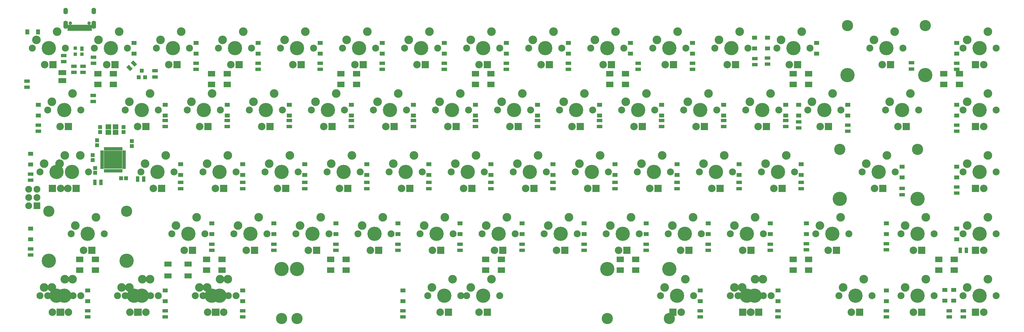
<source format=gbs>
G04 #@! TF.GenerationSoftware,KiCad,Pcbnew,(5.1.5)-3*
G04 #@! TF.CreationDate,2020-10-29T06:49:23-07:00*
G04 #@! TF.ProjectId,Voyager60,566f7961-6765-4723-9630-2e6b69636164,rev?*
G04 #@! TF.SameCoordinates,Original*
G04 #@! TF.FileFunction,Soldermask,Bot*
G04 #@! TF.FilePolarity,Negative*
%FSLAX46Y46*%
G04 Gerber Fmt 4.6, Leading zero omitted, Abs format (unit mm)*
G04 Created by KiCad (PCBNEW (5.1.5)-3) date 2020-10-29 06:49:23*
%MOMM*%
%LPD*%
G04 APERTURE LIST*
%ADD10R,1.700000X1.100000*%
%ADD11R,2.200000X1.800000*%
%ADD12C,2.150000*%
%ADD13R,2.305000X2.305000*%
%ADD14C,2.305000*%
%ADD15C,2.650000*%
%ADD16C,4.387800*%
%ADD17C,3.448000*%
%ADD18C,2.100000*%
%ADD19R,2.100000X2.100000*%
%ADD20R,1.800000X1.600000*%
%ADD21R,1.100000X1.700000*%
%ADD22C,0.100000*%
%ADD23R,1.600000X1.300000*%
%ADD24R,1.300000X1.600000*%
%ADD25R,1.150000X1.200000*%
%ADD26R,1.200000X1.150000*%
%ADD27R,1.000000X1.850000*%
%ADD28R,0.700000X1.850000*%
%ADD29C,1.050000*%
%ADD30O,1.400000X2.500000*%
%ADD31O,1.400000X2.000000*%
%ADD32R,2.430000X1.540000*%
%ADD33R,1.200000X1.300000*%
%ADD34R,1.100000X1.000000*%
%ADD35R,1.100000X1.400000*%
%ADD36R,1.687500X1.687500*%
%ADD37R,0.650000X1.100000*%
%ADD38R,1.100000X0.650000*%
%ADD39R,2.200000X1.500000*%
G04 APERTURE END LIST*
D10*
X45407580Y-46281300D03*
X45407580Y-48181300D03*
D11*
X165875000Y-96775000D03*
X165875000Y-100075000D03*
X170675000Y-100075000D03*
X170675000Y-96775000D03*
D12*
X39211250Y-69850000D03*
X29051250Y-69850000D03*
D13*
X32861250Y-74930000D03*
D14*
X35401250Y-74930000D03*
D15*
X30321250Y-67310000D03*
D16*
X34131250Y-69850000D03*
D15*
X36671250Y-64770000D03*
D12*
X41592500Y-50800000D03*
X31432500Y-50800000D03*
D13*
X37782500Y-55880000D03*
D14*
X35242500Y-55880000D03*
D15*
X32702500Y-48260000D03*
D16*
X36512500Y-50800000D03*
D15*
X39052500Y-45720000D03*
D12*
X155892500Y-88900000D03*
X145732500Y-88900000D03*
D13*
X152082500Y-93980000D03*
D14*
X149542500Y-93980000D03*
D15*
X147002500Y-86360000D03*
D16*
X150812500Y-88900000D03*
D15*
X153352500Y-83820000D03*
D10*
X200822560Y-55874960D03*
X200822560Y-53974960D03*
D12*
X198755000Y-50800000D03*
X188595000Y-50800000D03*
D13*
X194945000Y-55880000D03*
D14*
X192405000Y-55880000D03*
D15*
X189865000Y-48260000D03*
D16*
X193675000Y-50800000D03*
D15*
X196215000Y-45720000D03*
D12*
X203517500Y-69850000D03*
X193357500Y-69850000D03*
D13*
X199707500Y-74930000D03*
D14*
X197167500Y-74930000D03*
D15*
X194627500Y-67310000D03*
D16*
X198437500Y-69850000D03*
D15*
X200977500Y-64770000D03*
D16*
X298481750Y-78105000D03*
X274605750Y-78105000D03*
D17*
X298481750Y-62865000D03*
X274605750Y-62865000D03*
D12*
X291623750Y-69850000D03*
X281463750Y-69850000D03*
D13*
X287813750Y-74930000D03*
D14*
X285273750Y-74930000D03*
D15*
X282733750Y-67310000D03*
D16*
X286543750Y-69850000D03*
D15*
X289083750Y-64770000D03*
D12*
X43973750Y-69850000D03*
X33813750Y-69850000D03*
D13*
X40163750Y-74930000D03*
D14*
X37623750Y-74930000D03*
D15*
X35083750Y-67310000D03*
D16*
X38893750Y-69850000D03*
D15*
X41433750Y-64770000D03*
D16*
X55594250Y-97155000D03*
X31718250Y-97155000D03*
D17*
X55594250Y-81915000D03*
X31718250Y-81915000D03*
D12*
X48736250Y-88900000D03*
X38576250Y-88900000D03*
D13*
X44926250Y-93980000D03*
D14*
X42386250Y-93980000D03*
D15*
X39846250Y-86360000D03*
D16*
X43656250Y-88900000D03*
D15*
X46196250Y-83820000D03*
D16*
X222250000Y-99695000D03*
X107950000Y-99695000D03*
D17*
X222250000Y-114935000D03*
X107950000Y-114935000D03*
D12*
X170180000Y-107950000D03*
X160020000Y-107950000D03*
D13*
X166370000Y-113030000D03*
D14*
X163830000Y-113030000D03*
D15*
X161290000Y-105410000D03*
D16*
X165100000Y-107950000D03*
D15*
X167640000Y-102870000D03*
D12*
X108267500Y-69850000D03*
X98107500Y-69850000D03*
D13*
X104457500Y-74930000D03*
D14*
X101917500Y-74930000D03*
D15*
X99377500Y-67310000D03*
D16*
X103187500Y-69850000D03*
D15*
X105727500Y-64770000D03*
D12*
X55880000Y-31750000D03*
X45720000Y-31750000D03*
D13*
X52070000Y-36830000D03*
D14*
X49530000Y-36830000D03*
D15*
X46990000Y-29210000D03*
D16*
X50800000Y-31750000D03*
D15*
X53340000Y-26670000D03*
D12*
X86836250Y-107950000D03*
X76676250Y-107950000D03*
D13*
X83026250Y-113030000D03*
D14*
X80486250Y-113030000D03*
D15*
X77946250Y-105410000D03*
D16*
X81756250Y-107950000D03*
D15*
X84296250Y-102870000D03*
D12*
X79692500Y-88900000D03*
X69532500Y-88900000D03*
D13*
X75882500Y-93980000D03*
D14*
X73342500Y-93980000D03*
D15*
X70802500Y-86360000D03*
D16*
X74612500Y-88900000D03*
D15*
X77152500Y-83820000D03*
D12*
X160655000Y-50800000D03*
X150495000Y-50800000D03*
D13*
X156845000Y-55880000D03*
D14*
X154305000Y-55880000D03*
D15*
X151765000Y-48260000D03*
D16*
X155575000Y-50800000D03*
D15*
X158115000Y-45720000D03*
D12*
X98742500Y-88900000D03*
X88582500Y-88900000D03*
D13*
X94932500Y-93980000D03*
D14*
X92392500Y-93980000D03*
D15*
X89852500Y-86360000D03*
D16*
X93662500Y-88900000D03*
D15*
X96202500Y-83820000D03*
D12*
X65405000Y-107950000D03*
X55245000Y-107950000D03*
D13*
X59055000Y-113030000D03*
D14*
X61595000Y-113030000D03*
D15*
X56515000Y-105410000D03*
D16*
X60325000Y-107950000D03*
D15*
X62865000Y-102870000D03*
D12*
X63023750Y-107950000D03*
X52863750Y-107950000D03*
D13*
X59213750Y-113030000D03*
D14*
X56673750Y-113030000D03*
D15*
X54133750Y-105410000D03*
D16*
X57943750Y-107950000D03*
D15*
X60483750Y-102870000D03*
D12*
X84455000Y-50800000D03*
X74295000Y-50800000D03*
D13*
X80645000Y-55880000D03*
D14*
X78105000Y-55880000D03*
D15*
X75565000Y-48260000D03*
D16*
X79375000Y-50800000D03*
D15*
X81915000Y-45720000D03*
D12*
X136842500Y-88900000D03*
X126682500Y-88900000D03*
D13*
X133032500Y-93980000D03*
D14*
X130492500Y-93980000D03*
D15*
X127952500Y-86360000D03*
D16*
X131762500Y-88900000D03*
D15*
X134302500Y-83820000D03*
D12*
X179705000Y-50800000D03*
X169545000Y-50800000D03*
D13*
X175895000Y-55880000D03*
D14*
X173355000Y-55880000D03*
D15*
X170815000Y-48260000D03*
D16*
X174625000Y-50800000D03*
D15*
X177165000Y-45720000D03*
D12*
X141605000Y-50800000D03*
X131445000Y-50800000D03*
D13*
X137795000Y-55880000D03*
D14*
X135255000Y-55880000D03*
D15*
X132715000Y-48260000D03*
D16*
X136525000Y-50800000D03*
D15*
X139065000Y-45720000D03*
D12*
X303530000Y-88900000D03*
X293370000Y-88900000D03*
D13*
X299720000Y-93980000D03*
D14*
X297180000Y-93980000D03*
D15*
X294640000Y-86360000D03*
D16*
X298450000Y-88900000D03*
D15*
X300990000Y-83820000D03*
D12*
X277336250Y-88900000D03*
X267176250Y-88900000D03*
D13*
X273526250Y-93980000D03*
D14*
X270986250Y-93980000D03*
D15*
X268446250Y-86360000D03*
D16*
X272256250Y-88900000D03*
D15*
X274796250Y-83820000D03*
D16*
X203193650Y-99695000D03*
X103193850Y-99695000D03*
D17*
X203193650Y-114935000D03*
X103193850Y-114935000D03*
D12*
X158273750Y-107950000D03*
X148113750Y-107950000D03*
D13*
X154463750Y-113030000D03*
D14*
X151923750Y-113030000D03*
D15*
X149383750Y-105410000D03*
D16*
X153193750Y-107950000D03*
D15*
X155733750Y-102870000D03*
D12*
X89217500Y-69850000D03*
X79057500Y-69850000D03*
D13*
X85407500Y-74930000D03*
D14*
X82867500Y-74930000D03*
D15*
X80327500Y-67310000D03*
D16*
X84137500Y-69850000D03*
D15*
X86677500Y-64770000D03*
D12*
X253523750Y-107950000D03*
X243363750Y-107950000D03*
D13*
X249713750Y-113030000D03*
D14*
X247173750Y-113030000D03*
D15*
X244633750Y-105410000D03*
D16*
X248443750Y-107950000D03*
D15*
X250983750Y-102870000D03*
D12*
X284480000Y-107950000D03*
X274320000Y-107950000D03*
D13*
X280670000Y-113030000D03*
D14*
X278130000Y-113030000D03*
D15*
X275590000Y-105410000D03*
D16*
X279400000Y-107950000D03*
D15*
X281940000Y-102870000D03*
D12*
X303530000Y-107950000D03*
X293370000Y-107950000D03*
D13*
X299720000Y-113030000D03*
D14*
X297180000Y-113030000D03*
D15*
X294640000Y-105410000D03*
D16*
X298450000Y-107950000D03*
D15*
X300990000Y-102870000D03*
D12*
X251142500Y-107950000D03*
X240982500Y-107950000D03*
D13*
X244792500Y-113030000D03*
D14*
X247332500Y-113030000D03*
D15*
X242252500Y-105410000D03*
D16*
X246062500Y-107950000D03*
D15*
X248602500Y-102870000D03*
D12*
X229711250Y-107950000D03*
X219551250Y-107950000D03*
D13*
X223361250Y-113030000D03*
D14*
X225901250Y-113030000D03*
D15*
X220821250Y-105410000D03*
D16*
X224631250Y-107950000D03*
D15*
X227171250Y-102870000D03*
D12*
X122555000Y-50800000D03*
X112395000Y-50800000D03*
D13*
X118745000Y-55880000D03*
D14*
X116205000Y-55880000D03*
D15*
X113665000Y-48260000D03*
D16*
X117475000Y-50800000D03*
D15*
X120015000Y-45720000D03*
D12*
X65405000Y-50800000D03*
X55245000Y-50800000D03*
D13*
X61595000Y-55880000D03*
D14*
X59055000Y-55880000D03*
D15*
X56515000Y-48260000D03*
D16*
X60325000Y-50800000D03*
D15*
X62865000Y-45720000D03*
D12*
X236855000Y-50800000D03*
X226695000Y-50800000D03*
D13*
X233045000Y-55880000D03*
D14*
X230505000Y-55880000D03*
D15*
X227965000Y-48260000D03*
D16*
X231775000Y-50800000D03*
D15*
X234315000Y-45720000D03*
D12*
X217805000Y-50800000D03*
X207645000Y-50800000D03*
D13*
X213995000Y-55880000D03*
D14*
X211455000Y-55880000D03*
D15*
X208915000Y-48260000D03*
D16*
X212725000Y-50800000D03*
D15*
X215265000Y-45720000D03*
D12*
X174942500Y-88900000D03*
X164782500Y-88900000D03*
D13*
X171132500Y-93980000D03*
D14*
X168592500Y-93980000D03*
D15*
X166052500Y-86360000D03*
D16*
X169862500Y-88900000D03*
D15*
X172402500Y-83820000D03*
D12*
X193992500Y-88900000D03*
X183832500Y-88900000D03*
D13*
X190182500Y-93980000D03*
D14*
X187642500Y-93980000D03*
D15*
X185102500Y-86360000D03*
D16*
X188912500Y-88900000D03*
D15*
X191452500Y-83820000D03*
D12*
X222567500Y-69850000D03*
X212407500Y-69850000D03*
D13*
X218757500Y-74930000D03*
D14*
X216217500Y-74930000D03*
D15*
X213677500Y-67310000D03*
D16*
X217487500Y-69850000D03*
D15*
X220027500Y-64770000D03*
D12*
X184467500Y-69850000D03*
X174307500Y-69850000D03*
D13*
X180657500Y-74930000D03*
D14*
X178117500Y-74930000D03*
D15*
X175577500Y-67310000D03*
D16*
X179387500Y-69850000D03*
D15*
X181927500Y-64770000D03*
D12*
X165417500Y-69850000D03*
X155257500Y-69850000D03*
D13*
X161607500Y-74930000D03*
D14*
X159067500Y-74930000D03*
D15*
X156527500Y-67310000D03*
D16*
X160337500Y-69850000D03*
D15*
X162877500Y-64770000D03*
D12*
X146367500Y-69850000D03*
X136207500Y-69850000D03*
D13*
X142557500Y-74930000D03*
D14*
X140017500Y-74930000D03*
D15*
X137477500Y-67310000D03*
D16*
X141287500Y-69850000D03*
D15*
X143827500Y-64770000D03*
D12*
X322580000Y-107950000D03*
X312420000Y-107950000D03*
D13*
X316230000Y-113030000D03*
D14*
X318770000Y-113030000D03*
D15*
X313690000Y-105410000D03*
D16*
X317500000Y-107950000D03*
D15*
X320040000Y-102870000D03*
D12*
X322580000Y-88900000D03*
X312420000Y-88900000D03*
D13*
X316230000Y-93980000D03*
D14*
X318770000Y-93980000D03*
D15*
X313690000Y-86360000D03*
D16*
X317500000Y-88900000D03*
D15*
X320040000Y-83820000D03*
D12*
X322580000Y-69850000D03*
X312420000Y-69850000D03*
D13*
X316230000Y-74930000D03*
D14*
X318770000Y-74930000D03*
D15*
X313690000Y-67310000D03*
D16*
X317500000Y-69850000D03*
D15*
X320040000Y-64770000D03*
D12*
X322580000Y-50800000D03*
X312420000Y-50800000D03*
D13*
X316230000Y-55880000D03*
D14*
X318770000Y-55880000D03*
D15*
X313690000Y-48260000D03*
D16*
X317500000Y-50800000D03*
D15*
X320040000Y-45720000D03*
D12*
X322580000Y-31750000D03*
X312420000Y-31750000D03*
D13*
X316230000Y-36830000D03*
D14*
X318770000Y-36830000D03*
D15*
X313690000Y-29210000D03*
D16*
X317500000Y-31750000D03*
D15*
X320040000Y-26670000D03*
D12*
X127317500Y-69850000D03*
X117157500Y-69850000D03*
D13*
X123507500Y-74930000D03*
D14*
X120967500Y-74930000D03*
D15*
X118427500Y-67310000D03*
D16*
X122237500Y-69850000D03*
D15*
X124777500Y-64770000D03*
D12*
X36830000Y-31750000D03*
X26670000Y-31750000D03*
D13*
X33020000Y-36830000D03*
D14*
X30480000Y-36830000D03*
D15*
X27940000Y-29210000D03*
D16*
X31750000Y-31750000D03*
D15*
X34290000Y-26670000D03*
D12*
X103505000Y-50800000D03*
X93345000Y-50800000D03*
D13*
X99695000Y-55880000D03*
D14*
X97155000Y-55880000D03*
D15*
X94615000Y-48260000D03*
D16*
X98425000Y-50800000D03*
D15*
X100965000Y-45720000D03*
D12*
X41592500Y-107950000D03*
X31432500Y-107950000D03*
D13*
X35242500Y-113030000D03*
D14*
X37782500Y-113030000D03*
D15*
X32702500Y-105410000D03*
D16*
X36512500Y-107950000D03*
D15*
X39052500Y-102870000D03*
D12*
X39211250Y-107950000D03*
X29051250Y-107950000D03*
D13*
X35401250Y-113030000D03*
D14*
X32861250Y-113030000D03*
D15*
X30321250Y-105410000D03*
D16*
X34131250Y-107950000D03*
D15*
X36671250Y-102870000D03*
D12*
X117792500Y-88900000D03*
X107632500Y-88900000D03*
D13*
X113982500Y-93980000D03*
D14*
X111442500Y-93980000D03*
D15*
X108902500Y-86360000D03*
D16*
X112712500Y-88900000D03*
D15*
X115252500Y-83820000D03*
D16*
X300863000Y-40005000D03*
X276987000Y-40005000D03*
D17*
X300863000Y-24765000D03*
X276987000Y-24765000D03*
D12*
X294005000Y-31750000D03*
X283845000Y-31750000D03*
D13*
X290195000Y-36830000D03*
D14*
X287655000Y-36830000D03*
D15*
X285115000Y-29210000D03*
D16*
X288925000Y-31750000D03*
D15*
X291465000Y-26670000D03*
D12*
X89217500Y-107950000D03*
X79057500Y-107950000D03*
D13*
X82867500Y-113030000D03*
D14*
X85407500Y-113030000D03*
D15*
X80327500Y-105410000D03*
D16*
X84137500Y-107950000D03*
D15*
X86677500Y-102870000D03*
D12*
X70167500Y-69850000D03*
X60007500Y-69850000D03*
D13*
X66357500Y-74930000D03*
D14*
X63817500Y-74930000D03*
D15*
X61277500Y-67310000D03*
D16*
X65087500Y-69850000D03*
D15*
X67627500Y-64770000D03*
D12*
X274955000Y-50800000D03*
X264795000Y-50800000D03*
D13*
X271145000Y-55880000D03*
D14*
X268605000Y-55880000D03*
D15*
X266065000Y-48260000D03*
D16*
X269875000Y-50800000D03*
D15*
X272415000Y-45720000D03*
D12*
X298767500Y-50800000D03*
X288607500Y-50800000D03*
D13*
X294957500Y-55880000D03*
D14*
X292417500Y-55880000D03*
D15*
X289877500Y-48260000D03*
D16*
X293687500Y-50800000D03*
D15*
X296227500Y-45720000D03*
D12*
X255905000Y-50800000D03*
X245745000Y-50800000D03*
D13*
X252095000Y-55880000D03*
D14*
X249555000Y-55880000D03*
D15*
X247015000Y-48260000D03*
D16*
X250825000Y-50800000D03*
D15*
X253365000Y-45720000D03*
D12*
X265430000Y-31750000D03*
X255270000Y-31750000D03*
D13*
X261620000Y-36830000D03*
D14*
X259080000Y-36830000D03*
D15*
X256540000Y-29210000D03*
D16*
X260350000Y-31750000D03*
D15*
X262890000Y-26670000D03*
D12*
X241617500Y-69850000D03*
X231457500Y-69850000D03*
D13*
X237807500Y-74930000D03*
D14*
X235267500Y-74930000D03*
D15*
X232727500Y-67310000D03*
D16*
X236537500Y-69850000D03*
D15*
X239077500Y-64770000D03*
D12*
X251142500Y-88900000D03*
X240982500Y-88900000D03*
D13*
X247332500Y-93980000D03*
D14*
X244792500Y-93980000D03*
D15*
X242252500Y-86360000D03*
D16*
X246062500Y-88900000D03*
D15*
X248602500Y-83820000D03*
D12*
X246380000Y-31750000D03*
X236220000Y-31750000D03*
D13*
X242570000Y-36830000D03*
D14*
X240030000Y-36830000D03*
D15*
X237490000Y-29210000D03*
D16*
X241300000Y-31750000D03*
D15*
X243840000Y-26670000D03*
D12*
X260667500Y-69850000D03*
X250507500Y-69850000D03*
D13*
X256857500Y-74930000D03*
D14*
X254317500Y-74930000D03*
D15*
X251777500Y-67310000D03*
D16*
X255587500Y-69850000D03*
D15*
X258127500Y-64770000D03*
D12*
X227330000Y-31750000D03*
X217170000Y-31750000D03*
D13*
X223520000Y-36830000D03*
D14*
X220980000Y-36830000D03*
D15*
X218440000Y-29210000D03*
D16*
X222250000Y-31750000D03*
D15*
X224790000Y-26670000D03*
D12*
X208280000Y-31750000D03*
X198120000Y-31750000D03*
D13*
X204470000Y-36830000D03*
D14*
X201930000Y-36830000D03*
D15*
X199390000Y-29210000D03*
D16*
X203200000Y-31750000D03*
D15*
X205740000Y-26670000D03*
D12*
X189230000Y-31750000D03*
X179070000Y-31750000D03*
D13*
X185420000Y-36830000D03*
D14*
X182880000Y-36830000D03*
D15*
X180340000Y-29210000D03*
D16*
X184150000Y-31750000D03*
D15*
X186690000Y-26670000D03*
D12*
X170180000Y-31750000D03*
X160020000Y-31750000D03*
D13*
X166370000Y-36830000D03*
D14*
X163830000Y-36830000D03*
D15*
X161290000Y-29210000D03*
D16*
X165100000Y-31750000D03*
D15*
X167640000Y-26670000D03*
D12*
X151130000Y-31750000D03*
X140970000Y-31750000D03*
D13*
X147320000Y-36830000D03*
D14*
X144780000Y-36830000D03*
D15*
X142240000Y-29210000D03*
D16*
X146050000Y-31750000D03*
D15*
X148590000Y-26670000D03*
D12*
X132080000Y-31750000D03*
X121920000Y-31750000D03*
D13*
X128270000Y-36830000D03*
D14*
X125730000Y-36830000D03*
D15*
X123190000Y-29210000D03*
D16*
X127000000Y-31750000D03*
D15*
X129540000Y-26670000D03*
D12*
X113030000Y-31750000D03*
X102870000Y-31750000D03*
D13*
X109220000Y-36830000D03*
D14*
X106680000Y-36830000D03*
D15*
X104140000Y-29210000D03*
D16*
X107950000Y-31750000D03*
D15*
X110490000Y-26670000D03*
D12*
X93980000Y-31750000D03*
X83820000Y-31750000D03*
D13*
X90170000Y-36830000D03*
D14*
X87630000Y-36830000D03*
D15*
X85090000Y-29210000D03*
D16*
X88900000Y-31750000D03*
D15*
X91440000Y-26670000D03*
D12*
X74930000Y-31750000D03*
X64770000Y-31750000D03*
D13*
X71120000Y-36830000D03*
D14*
X68580000Y-36830000D03*
D15*
X66040000Y-29210000D03*
D16*
X69850000Y-31750000D03*
D15*
X72390000Y-26670000D03*
D12*
X213042500Y-88900000D03*
X202882500Y-88900000D03*
D13*
X209232500Y-93980000D03*
D14*
X206692500Y-93980000D03*
D15*
X204152500Y-86360000D03*
D16*
X207962500Y-88900000D03*
D15*
X210502500Y-83820000D03*
D12*
X232092500Y-88900000D03*
X221932500Y-88900000D03*
D13*
X228282500Y-93980000D03*
D14*
X225742500Y-93980000D03*
D15*
X223202500Y-86360000D03*
D16*
X227012500Y-88900000D03*
D15*
X229552500Y-83820000D03*
D18*
X25580000Y-75160000D03*
X28120000Y-75160000D03*
X25580000Y-77700000D03*
X28120000Y-77700000D03*
X25580000Y-80240000D03*
D19*
X28120000Y-80240000D03*
D20*
X52281000Y-55919000D03*
X50081000Y-55919000D03*
X50081000Y-57619000D03*
X52281000Y-57619000D03*
D10*
X312550000Y-114470000D03*
X312550000Y-112570000D03*
X45504100Y-36408400D03*
X45504100Y-34508400D03*
X36360100Y-35875000D03*
X36360100Y-33975000D03*
X91281250Y-114456250D03*
X91281250Y-112556250D03*
D21*
X60894000Y-72009000D03*
X58994000Y-72009000D03*
X47781250Y-73025000D03*
X45881250Y-73025000D03*
D10*
X64389000Y-40574000D03*
X64389000Y-38674000D03*
X42291000Y-39177000D03*
X42291000Y-37277000D03*
X39497000Y-39177000D03*
X39497000Y-37277000D03*
D21*
X313471600Y-93964760D03*
X311571600Y-93964760D03*
D10*
X308212500Y-114456250D03*
X308212500Y-112556250D03*
X255587500Y-114456250D03*
X255587500Y-112556250D03*
X231775000Y-114456250D03*
X231775000Y-112556250D03*
X310492500Y-76356250D03*
X310492500Y-74456250D03*
X140493750Y-114456250D03*
X140493750Y-112556250D03*
X67468750Y-114456250D03*
X67468750Y-112556250D03*
X43656250Y-114456250D03*
X43656250Y-112556250D03*
X310492500Y-57306250D03*
X310492500Y-55406250D03*
X288925000Y-93818750D03*
X288925000Y-91918750D03*
X264318750Y-93818750D03*
X264318750Y-91918750D03*
X253215140Y-93957180D03*
X253215140Y-92057180D03*
X234165140Y-93957180D03*
X234165140Y-92057180D03*
X215115140Y-93957180D03*
X215115140Y-92057180D03*
X196065140Y-93957180D03*
X196065140Y-92057180D03*
X177015140Y-93957180D03*
X177015140Y-92057180D03*
X157965140Y-93957180D03*
X157965140Y-92057180D03*
X138915140Y-93957180D03*
X138915140Y-92057180D03*
X119865140Y-93957180D03*
X119865140Y-92057180D03*
X100815140Y-93957180D03*
X100815140Y-92057180D03*
X81765140Y-93957180D03*
X81765140Y-92057180D03*
X26193750Y-95406250D03*
X26193750Y-93506250D03*
X293692580Y-74917260D03*
X293692580Y-76817260D03*
X262704580Y-74940200D03*
X262704580Y-73040200D03*
X243654580Y-74940200D03*
X243654580Y-73040200D03*
X224604580Y-74940200D03*
X224604580Y-73040200D03*
X205554580Y-74940200D03*
X205554580Y-73040200D03*
X186504580Y-74940200D03*
X186504580Y-73040200D03*
X167454580Y-74940200D03*
X167454580Y-73040200D03*
X148404580Y-73040200D03*
X148404580Y-74940200D03*
X129354580Y-74940200D03*
X129354580Y-73040200D03*
X110304580Y-74940200D03*
X110304580Y-73040200D03*
X91254580Y-74940200D03*
X91254580Y-73040200D03*
X72204580Y-74940200D03*
X72204580Y-73040200D03*
X26193750Y-72387500D03*
X26193750Y-70487500D03*
X288900000Y-114456250D03*
X288900000Y-112556250D03*
X277018750Y-57306250D03*
X277018750Y-55406250D03*
X261968750Y-56306250D03*
X261968750Y-54406250D03*
X257972560Y-55874960D03*
X257972560Y-53974960D03*
X238922560Y-55874960D03*
X238922560Y-53974960D03*
X219872560Y-55874960D03*
X219872560Y-53974960D03*
X181772560Y-55874960D03*
X181772560Y-53974960D03*
X162722560Y-55874960D03*
X162722560Y-53974960D03*
X143672560Y-55874960D03*
X143672560Y-53974960D03*
X124622560Y-55874960D03*
X124622560Y-53974960D03*
X105572560Y-55874960D03*
X105572560Y-53974960D03*
X86522560Y-55874960D03*
X86522560Y-53974960D03*
X67472560Y-55874960D03*
X67472560Y-53974960D03*
X28575000Y-55406250D03*
X28575000Y-57306250D03*
X310492500Y-38256250D03*
X310492500Y-36356250D03*
X296590720Y-38130520D03*
X296590720Y-36230520D03*
X252412500Y-36668750D03*
X252412500Y-34768750D03*
X248470420Y-36830040D03*
X248470420Y-34930040D03*
X229393750Y-38256250D03*
X229393750Y-36356250D03*
X212725000Y-38256250D03*
X212725000Y-36356250D03*
X191293750Y-38256250D03*
X191293750Y-36356250D03*
X172243750Y-38256250D03*
X172243750Y-36356250D03*
X153193750Y-38256250D03*
X153193750Y-36356250D03*
X134143750Y-38256250D03*
X134143750Y-36356250D03*
X115093750Y-38256250D03*
X115093750Y-36356250D03*
X96043750Y-38256250D03*
X96043750Y-36356250D03*
X76993750Y-38256250D03*
X76993750Y-36356250D03*
D22*
G36*
X56725941Y-38740620D02*
G01*
X55523860Y-37538539D01*
X56301677Y-36760722D01*
X57503758Y-37962803D01*
X56725941Y-38740620D01*
G37*
G36*
X58069443Y-37397118D02*
G01*
X56867362Y-36195037D01*
X57645179Y-35417220D01*
X58847260Y-36619301D01*
X58069443Y-37397118D01*
G37*
D10*
X25107900Y-41861700D03*
X25107900Y-43761700D03*
D23*
X309559960Y-109419660D03*
X309559960Y-106119660D03*
X91281250Y-109600000D03*
X91281250Y-106300000D03*
X310492500Y-90556250D03*
X310492500Y-87256250D03*
X306867560Y-109419660D03*
X306867560Y-106119660D03*
X255587500Y-109600000D03*
X255587500Y-106300000D03*
X231775000Y-109600000D03*
X231775000Y-106300000D03*
X310492500Y-71506250D03*
X310492500Y-68206250D03*
X140493750Y-109600000D03*
X140493750Y-106300000D03*
X67468750Y-109600000D03*
X67468750Y-106300000D03*
X43656250Y-109600000D03*
X43656250Y-106300000D03*
X310492500Y-52456250D03*
X310492500Y-49156250D03*
X288925000Y-88962500D03*
X288925000Y-85662500D03*
X264318750Y-88962500D03*
X264318750Y-85662500D03*
X253206250Y-88962500D03*
X253206250Y-85662500D03*
X234156250Y-88962500D03*
X234156250Y-85662500D03*
X215106250Y-88962500D03*
X215106250Y-85662500D03*
X196056250Y-88962500D03*
X196056250Y-85662500D03*
X177006250Y-88962500D03*
X177006250Y-85662500D03*
X157956250Y-88962500D03*
X157956250Y-85662500D03*
X138906250Y-88962500D03*
X138906250Y-85662500D03*
X119856250Y-88962500D03*
X119856250Y-85662500D03*
X100806250Y-88962500D03*
X100806250Y-85662500D03*
X81756250Y-88962500D03*
X81756250Y-85662500D03*
X26193750Y-90550000D03*
X26193750Y-87250000D03*
X293687500Y-71500000D03*
X293687500Y-68200000D03*
X262731250Y-70706250D03*
X262731250Y-67406250D03*
X243681250Y-70706250D03*
X243681250Y-67406250D03*
X224631250Y-70706250D03*
X224631250Y-67406250D03*
X205581250Y-70706250D03*
X205581250Y-67406250D03*
X186531250Y-70706250D03*
X186531250Y-67406250D03*
X167481250Y-70706250D03*
X167481250Y-67406250D03*
X148431250Y-67406250D03*
X148431250Y-70706250D03*
X129381250Y-70706250D03*
X129381250Y-67406250D03*
X110331250Y-70706250D03*
X110331250Y-67406250D03*
X91281250Y-70706250D03*
X91281250Y-67406250D03*
X72231250Y-70706250D03*
X72231250Y-67406250D03*
X26193750Y-64231250D03*
X26193750Y-67531250D03*
X288900000Y-109600000D03*
X288900000Y-106300000D03*
X277018750Y-52450000D03*
X277018750Y-49150000D03*
X261937500Y-52450000D03*
X261937500Y-49150000D03*
X257968750Y-52450000D03*
X257968750Y-49150000D03*
X238918750Y-52450000D03*
X238918750Y-49150000D03*
X219868750Y-52450000D03*
X219868750Y-49150000D03*
X200818750Y-52450000D03*
X200818750Y-49150000D03*
X181768750Y-52450000D03*
X181768750Y-49150000D03*
X162718750Y-52450000D03*
X162718750Y-49150000D03*
X143668750Y-52450000D03*
X143668750Y-49150000D03*
X124618750Y-52450000D03*
X124618750Y-49150000D03*
X105568750Y-52450000D03*
X105568750Y-49150000D03*
X86518750Y-52450000D03*
X86518750Y-49150000D03*
X67468750Y-52450000D03*
X67468750Y-49150000D03*
X28575000Y-52450000D03*
X28575000Y-49150000D03*
X310492500Y-33406250D03*
X310492500Y-30106250D03*
X267493750Y-33400000D03*
X267493750Y-30100000D03*
X252412500Y-31812500D03*
X252412500Y-28512500D03*
X248443750Y-31812500D03*
X248443750Y-28512500D03*
X229393750Y-33400000D03*
X229393750Y-30100000D03*
X210343750Y-33400000D03*
X210343750Y-30100000D03*
X191293750Y-33400000D03*
X191293750Y-30100000D03*
X172243750Y-33400000D03*
X172243750Y-30100000D03*
X153193750Y-33400000D03*
X153193750Y-30100000D03*
X134143750Y-33400000D03*
X134143750Y-30100000D03*
X115093750Y-33400000D03*
X115093750Y-30100000D03*
X96043750Y-33400000D03*
X96043750Y-30100000D03*
X76993750Y-33400000D03*
X76993750Y-30100000D03*
X57943750Y-33400000D03*
X57943750Y-30100000D03*
D24*
X25121600Y-26682700D03*
X28421600Y-26682700D03*
D25*
X47498000Y-57519000D03*
X47498000Y-56019000D03*
X54737000Y-56019000D03*
X54737000Y-57519000D03*
X45212000Y-66155000D03*
X45212000Y-64655000D03*
D26*
X55423500Y-71786750D03*
X53923500Y-71786750D03*
D25*
X46609000Y-61583000D03*
X46609000Y-60083000D03*
X57277000Y-61837000D03*
X57277000Y-60337000D03*
X45974000Y-68592000D03*
X45974000Y-70092000D03*
D27*
X44442600Y-25422500D03*
X37992600Y-25422500D03*
X43667600Y-25422500D03*
X38767600Y-25422500D03*
D28*
X39467600Y-25422500D03*
X42967600Y-25422500D03*
X39967600Y-25422500D03*
X42467600Y-25422500D03*
X40467600Y-25422500D03*
X41967600Y-25422500D03*
X41467600Y-25422500D03*
X40967600Y-25422500D03*
D29*
X44107600Y-23977500D03*
X38327600Y-23977500D03*
D30*
X36897600Y-24507500D03*
X45537600Y-24507500D03*
D31*
X36897600Y-20327500D03*
X45537600Y-20327500D03*
D32*
X35941000Y-39281250D03*
X35941000Y-41681250D03*
D33*
X60325000Y-38687500D03*
X59375000Y-40687500D03*
X61275000Y-40687500D03*
D34*
X39894000Y-33589000D03*
X41894000Y-33589000D03*
X39894000Y-31689000D03*
D35*
X41894000Y-31889000D03*
D36*
X49573559Y-67995403D03*
X49573559Y-66707903D03*
X49573559Y-65420403D03*
X49573559Y-64132903D03*
X50861059Y-67995403D03*
X50861059Y-66707903D03*
X50861059Y-65420403D03*
X50861059Y-64132903D03*
X52148559Y-67995403D03*
X52148559Y-66707903D03*
X52148559Y-65420403D03*
X52148559Y-64132903D03*
X53436059Y-67995403D03*
X53436059Y-66707903D03*
X53436059Y-65420403D03*
X53436059Y-64132903D03*
D37*
X49004809Y-69464153D03*
X49504809Y-69464153D03*
X50004809Y-69464153D03*
X50504809Y-69464153D03*
X51004809Y-69464153D03*
X51504809Y-69464153D03*
X52004809Y-69464153D03*
X52504809Y-69464153D03*
X53004809Y-69464153D03*
X53504809Y-69464153D03*
X54004809Y-69464153D03*
D38*
X54904809Y-68564153D03*
X54904809Y-68064153D03*
X54904809Y-67564153D03*
X54904809Y-67064153D03*
X54904809Y-66564153D03*
X54904809Y-66064153D03*
X54904809Y-65564153D03*
X54904809Y-65064153D03*
X54904809Y-64564153D03*
X54904809Y-64064153D03*
X54904809Y-63564153D03*
D37*
X54004809Y-62664153D03*
X53504809Y-62664153D03*
X53004809Y-62664153D03*
X52504809Y-62664153D03*
X52004809Y-62664153D03*
X51504809Y-62664153D03*
X51004809Y-62664153D03*
X50504809Y-62664153D03*
X50004809Y-62664153D03*
X49504809Y-62664153D03*
X49004809Y-62664153D03*
D38*
X48104809Y-63564153D03*
X48104809Y-64064153D03*
X48104809Y-64564153D03*
X48104809Y-65064153D03*
X48104809Y-65564153D03*
X48104809Y-66064153D03*
X48104809Y-66564153D03*
X48104809Y-67064153D03*
X48104809Y-67564153D03*
X48104809Y-68064153D03*
X48104809Y-68564153D03*
D39*
X68337500Y-98162500D03*
X74537500Y-101862500D03*
X68337500Y-101862500D03*
X74537500Y-98162500D03*
D11*
X51612500Y-39625000D03*
X51612500Y-42925000D03*
X46812500Y-42925000D03*
X46812500Y-39625000D03*
X304937500Y-96775000D03*
X304937500Y-100075000D03*
X309737500Y-100075000D03*
X309737500Y-96775000D03*
X86537500Y-39625000D03*
X86537500Y-42925000D03*
X81737500Y-42925000D03*
X81737500Y-39625000D03*
X260250000Y-96775000D03*
X260250000Y-100075000D03*
X265050000Y-100075000D03*
X265050000Y-96775000D03*
X126225000Y-39625000D03*
X126225000Y-42925000D03*
X121425000Y-42925000D03*
X121425000Y-39625000D03*
X211950000Y-96775000D03*
X211950000Y-100075000D03*
X207150000Y-100075000D03*
X207150000Y-96775000D03*
X167500000Y-39625000D03*
X167500000Y-42925000D03*
X162700000Y-42925000D03*
X162700000Y-39625000D03*
X208775000Y-39625000D03*
X208775000Y-42925000D03*
X203975000Y-42925000D03*
X203975000Y-39625000D03*
X118250000Y-96775000D03*
X118250000Y-100075000D03*
X123050000Y-100075000D03*
X123050000Y-96775000D03*
X265050000Y-39625000D03*
X265050000Y-42925000D03*
X260250000Y-42925000D03*
X260250000Y-39625000D03*
X84950000Y-96775000D03*
X84950000Y-100075000D03*
X80150000Y-100075000D03*
X80150000Y-96775000D03*
X306525000Y-39625000D03*
X306525000Y-42925000D03*
X311325000Y-42925000D03*
X311325000Y-39625000D03*
X46056250Y-96775000D03*
X46056250Y-100075000D03*
X41256250Y-100075000D03*
X41256250Y-96775000D03*
M02*

</source>
